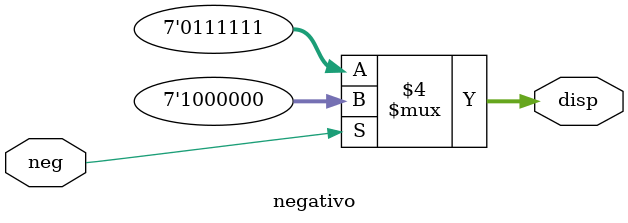
<source format=sv>
module negativo(
	input neg,
	output [6:0] disp
);
always @(*)
if(neg == 0)
	disp = ~7'b1000000;
else
	disp = ~7'b0111111;

endmodule
</source>
